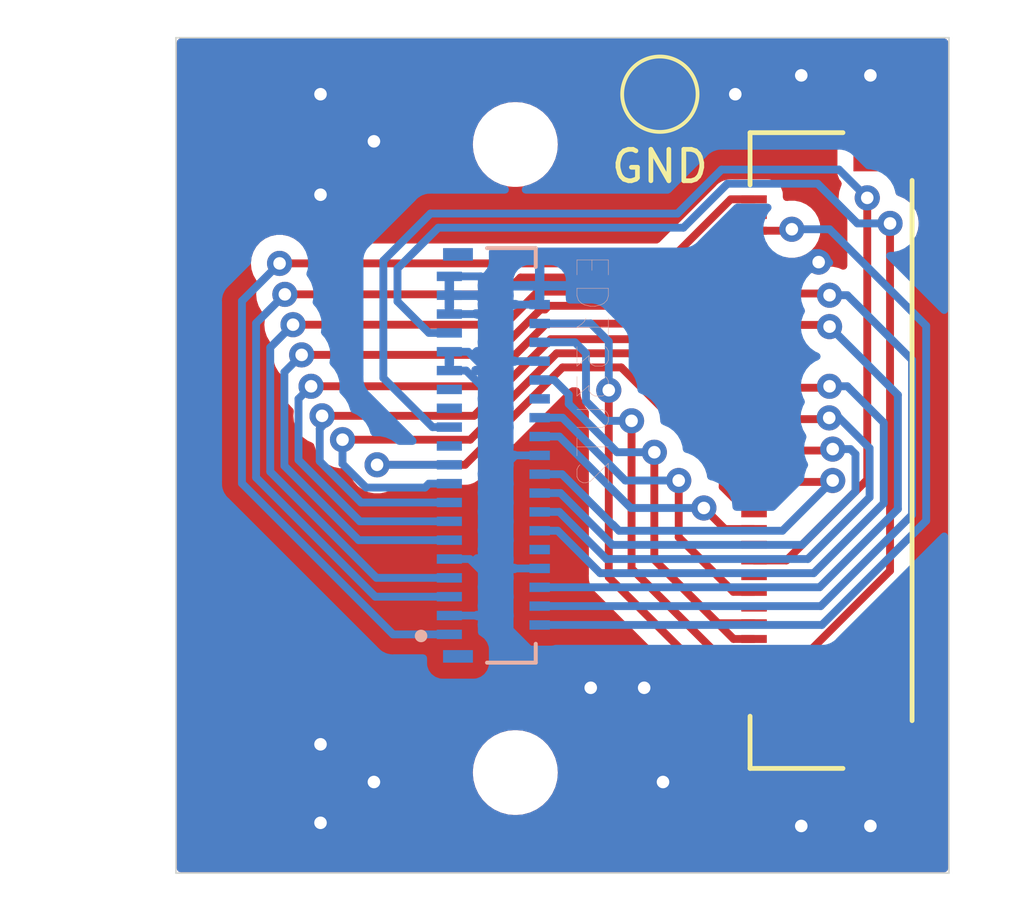
<source format=kicad_pcb>
(kicad_pcb (version 20221018) (generator pcbnew)
  (layers (0 "F.Cu" signal) (31 "B.Cu" signal) (34 "B.Paste" user) (35 "F.Paste" user) (36 "B.SilkS" user "B.Silkscreen") (37 "F.SilkS" user "F.Silkscreen") (38 "B.Mask" user) (39 "F.Mask" user) (44 "Edge.Cuts" user))
  (net 0 "")
  (net 1 "Net-(J1-VNEG)")
  (net 3 "GND")
  (net 4 "Net-(J1-VPOS)")
  (net 7 "Net-(J1-VDD)")
  (net 8 "Net-(J1-CKH)")
  (net 9 "Net-(J1-LEH)")
  (net 10 "Net-(J1-OEH)")
  (net 12 "Net-(J1-STH)")
  (net 13 "Net-(J1-D0)")
  (net 14 "Net-(J1-D1)")
  (net 15 "Net-(J1-D2)")
  (net 16 "Net-(J1-D3)")
  (net 17 "Net-(J1-D4)")
  (net 18 "Net-(J1-D5)")
  (net 19 "Net-(J1-D6)")
  (net 20 "Net-(J1-D7)")
  (net 23 "/VCOM")
  (net 24 "Net-(J1-VGG)")
  (net 26 "Net-(J1-VEE)")
  (net 28 "Net-(J1-MODE1)")
  (net 30 "Net-(J1-STV)")
  (net 31 "Net-(J1-CKV)")
  (net 32 "Net-(J1-BORDER)")
  (footprint "MountingHole:MountingHole_2.2mm_M2" (layer "F.Cu") (at 39.2 37.6)
    (fp_text reference "H1" hide)
    (fp_text value "MountingHole")
    (pad "" np_thru_hole circle (at 0 0) (size 2.2 2.2) (drill 2.2) (layers "*.Cu" "*.Mask"))
  )
  (footprint "epaper-breakout:CONN_ED097OC4_mirrored" (layer "F.Cu") (at 44.6 27.6 -90)
    (fp_text reference "J1" hide)
    (fp_text value "XF2M-3315-1A" hide)
    (fp_line (start -10.3759 -2.0701) (end -10.3759 -5.02666) (stroke (width 0.1524)) (layer "F.SilkS"))
    (fp_line (start -8.855109 -7.2263) (end 8.347109 -7.2263) (stroke (width 0.1524)) (layer "F.SilkS"))
    (fp_line (start -8.713739 -2.0701) (end -10.3759 -2.0701) (stroke (width 0.1524)) (layer "F.SilkS"))
    (fp_line (start 9.8679 -5.02666) (end 9.8679 -2.0701) (stroke (width 0.1524)) (layer "F.SilkS"))
    (fp_line (start 9.8679 -2.0701) (end 8.205742 -2.0701) (stroke (width 0.1524)) (layer "F.SilkS"))
    (pad "1" smd rect (at -8.253999 -2.1971 180) (size 0.8128 0.254) (layers "F.Cu" "F.Paste" "F.Mask") (net 1 "Net-(J1-VNEG)"))
    (pad "2" smd rect (at -7.754 -2.1971 180) (size 0.8128 0.254) (layers "F.Cu" "F.Paste" "F.Mask"))
    (pad "3" smd rect (at -7.253999 -2.1971 180) (size 0.8128 0.254) (layers "F.Cu" "F.Paste" "F.Mask") (net 4 "Net-(J1-VPOS)"))
    (pad "4" smd rect (at -6.754 -2.1971 180) (size 0.8128 0.254) (layers "F.Cu" "F.Paste" "F.Mask"))
    (pad "5" smd rect (at -6.253998 -2.1971 180) (size 0.8128 0.254) (layers "F.Cu" "F.Paste" "F.Mask") (net 3 "GND"))
    (pad "6" smd rect (at -5.753999 -2.1971 180) (size 0.8128 0.254) (layers "F.Cu" "F.Paste" "F.Mask"))
    (pad "7" smd rect (at -5.254 -2.1971 180) (size 0.8128 0.254) (layers "F.Cu" "F.Paste" "F.Mask") (net 7 "Net-(J1-VDD)"))
    (pad "8" smd rect (at -4.753999 -2.1971 180) (size 0.8128 0.254) (layers "F.Cu" "F.Paste" "F.Mask") (net 8 "Net-(J1-CKH)"))
    (pad "9" smd rect (at -4.254 -2.1971 180) (size 0.8128 0.254) (layers "F.Cu" "F.Paste" "F.Mask") (net 9 "Net-(J1-LEH)"))
    (pad "10" smd rect (at -3.753998 -2.1971 180) (size 0.8128 0.254) (layers "F.Cu" "F.Paste" "F.Mask") (net 10 "Net-(J1-OEH)"))
    (pad "11" smd rect (at -3.253999 -2.1971 180) (size 0.8128 0.254) (layers "F.Cu" "F.Paste" "F.Mask"))
    (pad "12" smd rect (at -2.754 -2.1971 180) (size 0.8128 0.254) (layers "F.Cu" "F.Paste" "F.Mask") (net 12 "Net-(J1-STH)"))
    (pad "13" smd rect (at -2.253999 -2.1971 180) (size 0.8128 0.254) (layers "F.Cu" "F.Paste" "F.Mask") (net 13 "Net-(J1-D0)"))
    (pad "14" smd rect (at -1.754 -2.1971 180) (size 0.8128 0.254) (layers "F.Cu" "F.Paste" "F.Mask") (net 14 "Net-(J1-D1)"))
    (pad "15" smd rect (at -1.253998 -2.1971 180) (size 0.8128 0.254) (layers "F.Cu" "F.Paste" "F.Mask") (net 15 "Net-(J1-D2)"))
    (pad "16" smd rect (at -0.753999 -2.1971 180) (size 0.8128 0.254) (layers "F.Cu" "F.Paste" "F.Mask") (net 16 "Net-(J1-D3)"))
    (pad "17" smd rect (at -0.254 -2.1971 180) (size 0.8128 0.254) (layers "F.Cu" "F.Paste" "F.Mask") (net 17 "Net-(J1-D4)"))
    (pad "18" smd rect (at 0.246002 -2.1971 180) (size 0.8128 0.254) (layers "F.Cu" "F.Paste" "F.Mask") (net 18 "Net-(J1-D5)"))
    (pad "19" smd rect (at 0.746001 -2.1971 180) (size 0.8128 0.254) (layers "F.Cu" "F.Paste" "F.Mask") (net 19 "Net-(J1-D6)"))
    (pad "20" smd rect (at 1.246 -2.1971 180) (size 0.8128 0.254) (layers "F.Cu" "F.Paste" "F.Mask") (net 20 "Net-(J1-D7)"))
    (pad "21" smd rect (at 1.746001 -2.1971 180) (size 0.8128 0.254) (layers "F.Cu" "F.Paste" "F.Mask"))
    (pad "22" smd rect (at 2.246 -2.1971 180) (size 0.8128 0.254) (layers "F.Cu" "F.Paste" "F.Mask") (net 23 "/VCOM"))
    (pad "23" smd rect (at 2.746002 -2.1971 180) (size 0.8128 0.254) (layers "F.Cu" "F.Paste" "F.Mask"))
    (pad "24" smd rect (at 3.246001 -2.1971 180) (size 0.8128 0.254) (layers "F.Cu" "F.Paste" "F.Mask") (net 24 "Net-(J1-VGG)"))
    (pad "25" smd rect (at 3.746 -2.1971 180) (size 0.8128 0.254) (layers "F.Cu" "F.Paste" "F.Mask"))
    (pad "26" smd rect (at 4.246001 -2.1971 180) (size 0.8128 0.254) (layers "F.Cu" "F.Paste" "F.Mask") (net 26 "Net-(J1-VEE)"))
    (pad "27" smd rect (at 4.746 -2.1971 180) (size 0.8128 0.254) (layers "F.Cu" "F.Paste" "F.Mask"))
    (pad "28" smd rect (at 5.246002 -2.1971 180) (size 0.8128 0.254) (layers "F.Cu" "F.Paste" "F.Mask") (net 28 "Net-(J1-MODE1)"))
    (pad "29" smd rect (at 5.746001 -2.1971 180) (size 0.8128 0.254) (layers "F.Cu" "F.Paste" "F.Mask") (net 28 "Net-(J1-MODE1)"))
    (pad "30" smd rect (at 6.246 -2.1971 180) (size 0.8128 0.254) (layers "F.Cu" "F.Paste" "F.Mask"))
    (pad "31" smd rect (at 6.746001 -2.1971 180) (size 0.8128 0.254) (layers "F.Cu" "F.Paste" "F.Mask") (net 30 "Net-(J1-STV)"))
    (pad "32" smd rect (at 7.246 -2.1971 180) (size 0.8128 0.254) (layers "F.Cu" "F.Paste" "F.Mask") (net 31 "Net-(J1-CKV)"))
    (pad "33" smd rect (at 7.746002 -2.1971 180) (size 0.8128 0.254) (layers "F.Cu" "F.Paste" "F.Mask") (net 32 "Net-(J1-BORDER)"))
    (pad "34" smd rect (at 9.398 -6.2103 270) (size 1.524 1.7018) (layers "F.Cu" "F.Paste" "F.Mask"))
    (pad "35" smd rect (at -9.906 -6.2103 270) (size 1.524 1.7018) (layers "F.Cu" "F.Paste" "F.Mask"))
  )
  (footprint "MountingHole:MountingHole_2.2mm_M2" (layer "F.Cu") (at 39.2 17.6)
    (fp_text reference "H2" hide)
    (fp_text value "MountingHole")
    (pad "" np_thru_hole circle (at 0 0) (size 2.2 2.2) (drill 2.2) (layers "*.Cu" "*.Mask"))
  )
  (footprint "TestPoint:TestPoint_Pad_D2.0mm" (layer "F.Cu") (at 43.8 16 -90)
    (fp_text reference "TP1" hide)
    (fp_text value "GND" (at 2.3 0) (layer "F.SilkS"))
    (fp_circle (center 0 0) (end 0 1.2) (stroke (width 0.12)) (fill none) (layer "F.SilkS"))
    (pad "1" smd circle (at 0 0 270) (size 2 2) (layers "F.Cu" "F.Mask") (net 3 "GND"))
  )
  (footprint "epaper-breakout:HRS_FH26W-39S-0.3SHW(60)" (layer "B.Cu") (at 38.5 27.5 90)
    (fp_text reference "J2" hide)
    (fp_text value "ED133UT2" (at 2.7 3.2 -90) (layer "B.SilkS") (effects (font (thickness 0.015)) (justify mirror)))
    (fp_line (start -6.6 -0.2) (end -6.6 1.35) (stroke (width 0.127)) (layer "B.SilkS"))
    (fp_line (start -6.6 1.35) (end -6 1.35) (stroke (width 0.127)) (layer "B.SilkS"))
    (fp_line (start 6.6 -0.2) (end 6.6 1.35) (stroke (width 0.127)) (layer "B.SilkS"))
    (fp_line (start 6.6 1.35) (end 6 1.35) (stroke (width 0.127)) (layer "B.SilkS"))
    (fp_circle (center -5.75 -2.3) (end -5.65 -2.3) (stroke (width 0.2)) (fill none) (layer "B.SilkS"))
    (pad "1" smd rect (at -5.7 -1.4 90) (size 0.3 0.8) (layers "B.Cu" "B.Mask") (net 1 "Net-(J1-VNEG)"))
    (pad "2" smd rect (at -5.4 1.475 90) (size 0.3 0.65) (layers "B.Cu" "B.Mask") (net 4 "Net-(J1-VPOS)"))
    (pad "3" smd rect (at -5.1 -1.4 90) (size 0.3 0.8) (layers "B.Cu" "B.Mask") (net 3 "GND"))
    (pad "4" smd rect (at -4.8 1.475 90) (size 0.3 0.65) (layers "B.Cu" "B.Mask") (net 7 "Net-(J1-VDD)"))
    (pad "5" smd rect (at -4.5 -1.4 90) (size 0.3 0.8) (layers "B.Cu" "B.Mask") (net 8 "Net-(J1-CKH)"))
    (pad "6" smd rect (at -4.2 1.475 90) (size 0.3 0.65) (layers "B.Cu" "B.Mask") (net 9 "Net-(J1-LEH)"))
    (pad "7" smd rect (at -3.9 -1.4 90) (size 0.3 0.8) (layers "B.Cu" "B.Mask") (net 10 "Net-(J1-OEH)"))
    (pad "8" smd rect (at -3.6 1.475 90) (size 0.3 0.65) (layers "B.Cu" "B.Mask") (net 3 "GND"))
    (pad "9" smd rect (at -3.3 -1.4 90) (size 0.3 0.8) (layers "B.Cu" "B.Mask") (net 3 "GND"))
    (pad "10" smd rect (at -3 1.475 90) (size 0.3 0.65) (layers "B.Cu" "B.Mask"))
    (pad "11" smd rect (at -2.7 -1.4 90) (size 0.3 0.8) (layers "B.Cu" "B.Mask") (net 12 "Net-(J1-STH)"))
    (pad "12" smd rect (at -2.4 1.475 90) (size 0.3 0.65) (layers "B.Cu" "B.Mask") (net 13 "Net-(J1-D0)"))
    (pad "13" smd rect (at -2.1 -1.4 90) (size 0.3 0.8) (layers "B.Cu" "B.Mask") (net 14 "Net-(J1-D1)"))
    (pad "14" smd rect (at -1.8 1.475 90) (size 0.3 0.65) (layers "B.Cu" "B.Mask") (net 15 "Net-(J1-D2)"))
    (pad "15" smd rect (at -1.5 -1.4 90) (size 0.3 0.8) (layers "B.Cu" "B.Mask") (net 16 "Net-(J1-D3)"))
    (pad "16" smd rect (at -1.2 1.475 90) (size 0.3 0.65) (layers "B.Cu" "B.Mask") (net 17 "Net-(J1-D4)"))
    (pad "17" smd rect (at -0.9 -1.4 90) (size 0.3 0.8) (layers "B.Cu" "B.Mask") (net 18 "Net-(J1-D5)"))
    (pad "18" smd rect (at -0.6 1.475 90) (size 0.3 0.65) (layers "B.Cu" "B.Mask") (net 19 "Net-(J1-D6)"))
    (pad "19" smd rect (at -0.3 -1.4 90) (size 0.3 0.8) (layers "B.Cu" "B.Mask") (net 20 "Net-(J1-D7)"))
    (pad "20" smd rect (at 0 1.475 90) (size 0.3 0.65) (layers "B.Cu" "B.Mask") (net 3 "GND"))
    (pad "21" smd rect (at 0.3 -1.4 90) (size 0.3 0.8) (layers "B.Cu" "B.Mask"))
    (pad "22" smd rect (at 0.6 1.475 90) (size 0.3 0.65) (layers "B.Cu" "B.Mask") (net 23 "/VCOM"))
    (pad "23" smd rect (at 0.9 -1.4 90) (size 0.3 0.8) (layers "B.Cu" "B.Mask") (net 24 "Net-(J1-VGG)"))
    (pad "24" smd rect (at 1.2 1.475 90) (size 0.3 0.65) (layers "B.Cu" "B.Mask") (net 26 "Net-(J1-VEE)"))
    (pad "25" smd rect (at 1.5 -1.4 90) (size 0.3 0.8) (layers "B.Cu" "B.Mask"))
    (pad "26" smd rect (at 1.8 1.475 90) (size 0.3 0.65) (layers "B.Cu" "B.Mask"))
    (pad "27" smd rect (at 2.1 -1.4 90) (size 0.3 0.8) (layers "B.Cu" "B.Mask"))
    (pad "28" smd rect (at 2.4 1.475 90) (size 0.3 0.65) (layers "B.Cu" "B.Mask") (net 28 "Net-(J1-MODE1)"))
    (pad "29" smd rect (at 2.7 -1.4 90) (size 0.3 0.8) (layers "B.Cu" "B.Mask") (net 3 "GND"))
    (pad "30" smd rect (at 3 1.475 90) (size 0.3 0.65) (layers "B.Cu" "B.Mask") (net 3 "GND"))
    (pad "31" smd rect (at 3.3 -1.4 90) (size 0.3 0.8) (layers "B.Cu" "B.Mask") (net 3 "GND"))
    (pad "32" smd rect (at 3.6 1.475 90) (size 0.3 0.65) (layers "B.Cu" "B.Mask") (net 30 "Net-(J1-STV)"))
    (pad "33" smd rect (at 3.9 -1.4 90) (size 0.3 0.8) (layers "B.Cu" "B.Mask") (net 31 "Net-(J1-CKV)"))
    (pad "34" smd rect (at 4.2 1.475 90) (size 0.3 0.65) (layers "B.Cu" "B.Mask") (net 32 "Net-(J1-BORDER)"))
    (pad "35" smd rect (at 4.5 -1.4 90) (size 0.3 0.8) (layers "B.Cu" "B.Mask") (net 3 "GND"))
    (pad "36" smd rect (at 4.8 1.475 90) (size 0.3 0.65) (layers "B.Cu" "B.Mask") (net 3 "GND"))
    (pad "37" smd rect (at 5.1 -1.4 90) (size 0.3 0.8) (layers "B.Cu" "B.Mask") (net 3 "GND"))
    (pad "38" smd rect (at 5.4 1.475 90) (size 0.3 0.65) (layers "B.Cu" "B.Mask") (net 3 "GND"))
    (pad "39" smd rect (at 5.7 -1.4 90) (size 0.3 0.8) (layers "B.Cu" "B.Mask") (net 3 "GND"))
    (pad "S1" smd rect (at -6.4 -1.125 90) (size 0.4 0.95) (layers "B.Cu" "B.Mask"))
    (pad "S2" smd rect (at 6.4 -1.125 90) (size 0.4 0.95) (layers "B.Cu" "B.Mask"))
  )
  (gr_line (start 53 14.2) (end 28.4 14.2) (stroke (width 0.05)) (layer "Edge.Cuts"))
  (gr_line (start 28.4 40.8) (end 53 40.8) (stroke (width 0.05)) (layer "Edge.Cuts"))
  (gr_line (start 28.4 14.2) (end 28.4 40.8) (stroke (width 0.05)) (layer "Edge.Cuts"))
  (gr_line (start 53 40.8) (end 53 14.2) (stroke (width 0.05)) (layer "Edge.Cuts"))
  (segment (start 31.697774 21.386938) (end 44.013062 21.386938) (width 0.25) (layer "F.Cu") (net 1))
  (segment (start 44.013062 21.386938) (end 46.053999 19.346001) (width 0.25) (layer "F.Cu") (net 1))
  (segment (start 46.053999 19.346001) (end 46.7971 19.346001) (width 0.25) (layer "F.Cu") (net 1))
  (via (at 31.697774 21.386938) (size 0.8) (drill 0.4) (layers "F.Cu" "B.Cu") (net 1))
  (segment (start 30.499965 28.391427) (end 35.308538 33.2) (width 0.25) (layer "B.Cu") (net 1))
  (segment (start 30.499965 22.584747) (end 30.499965 28.391427) (width 0.25) (layer "B.Cu") (net 1))
  (segment (start 35.308538 33.2) (end 37.1 33.2) (width 0.25) (layer "B.Cu") (net 1))
  (segment (start 31.697774 21.386938) (end 30.499965 22.584747) (width 0.25) (layer "B.Cu") (net 1))
  (segment (start 46.2 16) (end 43.8 16) (width 0.25) (layer "F.Cu") (net 3))
  (segment (start 48.853998 21.346002) (end 48.853998 21.346002) (width 0.25) (layer "F.Cu") (net 3))
  (segment (start 46.7971 21.346002) (end 48.853998 21.346002) (width 0.25) (layer "F.Cu") (net 3))
  (segment (start 49.1 21.1) (end 49.1 18.8) (width 0.25) (layer "F.Cu") (net 3))
  (segment (start 49.1 18.8) (end 46.3 16) (width 0.25) (layer "F.Cu") (net 3))
  (segment (start 48.853998 21.346002) (end 49.1 21.1) (width 0.25) (layer "F.Cu") (net 3))
  (segment (start 46.3 16) (end 46.2 16) (width 0.25) (layer "F.Cu") (net 3))
  (via (at 48.3 15.4) (size 0.8) (drill 0.4) (layers "F.Cu" "B.Cu") (net 3))
  (via (at 43.3 34.9) (size 0.8) (drill 0.4) (layers "F.Cu" "B.Cu") (net 3))
  (via (at 43.9 37.9) (size 0.8) (drill 0.4) (layers "F.Cu" "B.Cu") (net 3))
  (via (at 33 36.7) (size 0.8) (drill 0.4) (layers "F.Cu" "B.Cu") (net 3))
  (via (at 41.6 34.9) (size 0.8) (drill 0.4) (layers "F.Cu" "B.Cu") (net 3))
  (via (at 48.3 39.3) (size 0.8) (drill 0.4) (layers "F.Cu" "B.Cu") (net 3))
  (via (at 34.7 37.9) (size 0.8) (drill 0.4) (layers "F.Cu" "B.Cu") (net 3))
  (via (at 48.853998 21.346002) (size 0.8) (drill 0.4) (layers "F.Cu" "B.Cu") (net 3))
  (via (at 46.2 16) (size 0.8) (drill 0.4) (layers "F.Cu" "B.Cu") (net 3))
  (via (at 33 16) (size 0.8) (drill 0.4) (layers "F.Cu" "B.Cu") (net 3))
  (via (at 33 19.2) (size 0.8) (drill 0.4) (layers "F.Cu" "B.Cu") (net 3))
  (via (at 50.5 15.4) (size 0.8) (drill 0.4) (layers "F.Cu" "B.Cu") (net 3))
  (via (at 33 39.2) (size 0.8) (drill 0.4) (layers "F.Cu" "B.Cu") (net 3))
  (via (at 50.5 39.3) (size 0.8) (drill 0.4) (layers "F.Cu" "B.Cu") (net 3))
  (via (at 34.7 17.5) (size 0.8) (drill 0.4) (layers "F.Cu" "B.Cu") (net 3))
  (segment (start 41.6 34.9) (end 43.3 34.9) (width 0.5) (layer "B.Cu") (net 3))
  (segment (start 43.3 34.9) (end 43.3 34.9) (width 0.5) (layer "B.Cu") (net 3))
  (segment (start 38.5 22.9) (end 38.5 22.2) (width 0.5) (layer "B.Cu") (net 3))
  (segment (start 37.1 24.8) (end 37.635002 24.8) (width 0.25) (layer "B.Cu") (net 3))
  (segment (start 38 22.4) (end 38.5 22.9) (width 0.25) (layer "B.Cu") (net 3))
  (segment (start 38.2 23) (end 38.5 23.3) (width 0.25) (layer "B.Cu") (net 3))
  (segment (start 39.1 31.1) (end 38.5 31.7) (width 0.25) (layer "B.Cu") (net 3))
  (segment (start 37.1 22.4) (end 38 22.4) (width 0.25) (layer "B.Cu") (net 3))
  (segment (start 39.975 24.5) (end 39 24.5) (width 0.25) (layer "B.Cu") (net 3))
  (segment (start 38.5 31.55) (end 38.5 31.7) (width 0.25) (layer "B.Cu") (net 3))
  (segment (start 37.1 32.6) (end 38.389998 32.6) (width 0.25) (layer "B.Cu") (net 3))
  (segment (start 38.5 32.710002) (end 40.689998 34.9) (width 0.5) (layer "B.Cu") (net 3))
  (segment (start 37.7 24.2) (end 38.5 25) (width 0.25) (layer "B.Cu") (net 3))
  (segment (start 39.975 22.7) (end 38.7 22.7) (width 0.25) (layer "B.Cu") (net 3))
  (segment (start 38.6 22.1) (end 38.5 22.2) (width 0.25) (layer "B.Cu") (net 3))
  (segment (start 38.5 25.9) (end 38.5 28.2) (width 0.5) (layer "B.Cu") (net 3))
  (segment (start 38.389998 32.6) (end 38.5 32.710002) (width 0.25) (layer "B.Cu") (net 3))
  (segment (start 37.1 23) (end 38.2 23) (width 0.25) (layer "B.Cu") (net 3))
  (segment (start 39.975 22.1) (end 38.6 22.1) (width 0.25) (layer "B.Cu") (net 3))
  (segment (start 37.75 30.8) (end 38.5 31.55) (width 0.25) (layer "B.Cu") (net 3))
  (segment (start 37.635002 24.8) (end 38.5 25.664998) (width 0.25) (layer "B.Cu") (net 3))
  (segment (start 37.1 24.2) (end 37.7 24.2) (width 0.25) (layer "B.Cu") (net 3))
  (segment (start 38.5 28.2) (end 38.5 31.7) (width 0.5) (layer "B.Cu") (net 3))
  (segment (start 39.2 27.5) (end 38.5 28.2) (width 0.25) (layer "B.Cu") (net 3))
  (segment (start 38.5 22.9) (end 38.5 25) (width 0.5) (layer "B.Cu") (net 3))
  (segment (start 38.7 22.7) (end 38.5 22.9) (width 0.25) (layer "B.Cu") (net 3))
  (segment (start 38.5 25.664998) (end 38.5 25.9) (width 0.25) (layer "B.Cu") (net 3))
  (segment (start 40.689998 34.9) (end 41.6 34.9) (width 0.5) (layer "B.Cu") (net 3))
  (segment (start 38.1 21.8) (end 38.5 22.2) (width 0.25) (layer "B.Cu") (net 3))
  (segment (start 39.975 27.5) (end 39.2 27.5) (width 0.25) (layer "B.Cu") (net 3))
  (segment (start 37.1 21.8) (end 38.1 21.8) (width 0.25) (layer "B.Cu") (net 3))
  (segment (start 38.5 25) (end 38.5 25.9) (width 0.5) (layer "B.Cu") (net 3))
  (segment (start 39.975 31.1) (end 39.1 31.1) (width 0.25) (layer "B.Cu") (net 3))
  (segment (start 37.1 30.8) (end 37.75 30.8) (width 0.25) (layer "B.Cu") (net 3))
  (segment (start 38.5 31.7) (end 38.5 32.710002) (width 0.5) (layer "B.Cu") (net 3))
  (segment (start 39 24.5) (end 38.5 25) (width 0.25) (layer "B.Cu") (net 3))
  (segment (start 46.7971 20.346001) (end 47.953999 20.346001) (width 0.25) (layer "F.Cu") (net 4))
  (segment (start 47.953999 20.346001) (end 48 20.3) (width 0.25) (layer "F.Cu") (net 4))
  (via (at 48 20.3) (size 0.8) (drill 0.4) (layers "F.Cu" "B.Cu") (net 4))
  (segment (start 52.275046 29.580006) (end 48.955052 32.9) (width 0.25) (layer "B.Cu") (net 4))
  (segment (start 48.955052 32.9) (end 39.975 32.9) (width 0.25) (layer "B.Cu") (net 4))
  (segment (start 49.2 20.3) (end 52.275046 23.375046) (width 0.25) (layer "B.Cu") (net 4))
  (segment (start 52.275046 23.375046) (end 52.275046 29.580006) (width 0.25) (layer "B.Cu") (net 4))
  (segment (start 49.2 20.3) (end 48 20.3) (width 0.25) (layer "B.Cu") (net 4))
  (segment (start 49.146 22.346) (end 49.2 22.4) (width 0.25) (layer "F.Cu") (net 7))
  (segment (start 46.7971 22.346) (end 49.146 22.346) (width 0.25) (layer "F.Cu") (net 7))
  (via (at 49.2 22.4) (size 0.8) (drill 0.4) (layers "F.Cu" "B.Cu") (net 7))
  (segment (start 51.825037 24.459352) (end 51.825037 29.393605) (width 0.25) (layer "B.Cu") (net 7))
  (segment (start 49.765685 22.4) (end 51.825037 24.459352) (width 0.25) (layer "B.Cu") (net 7))
  (segment (start 49.2 22.4) (end 49.765685 22.4) (width 0.25) (layer "B.Cu") (net 7))
  (segment (start 48.918642 32.3) (end 39.975 32.3) (width 0.25) (layer "B.Cu") (net 7))
  (segment (start 51.825037 29.393605) (end 48.918642 32.3) (width 0.25) (layer "B.Cu") (net 7))
  (segment (start 38.827278 22.372722) (end 39.363052 21.836948) (width 0.25) (layer "F.Cu") (net 8))
  (segment (start 45.846001 22.846001) (end 46.7971 22.846001) (width 0.25) (layer "F.Cu") (net 8))
  (segment (start 31.865804 22.372722) (end 38.827278 22.372722) (width 0.25) (layer "F.Cu") (net 8))
  (segment (start 44.836948 21.836948) (end 45.846001 22.846001) (width 0.25) (layer "F.Cu") (net 8))
  (segment (start 39.363052 21.836948) (end 44.836948 21.836948) (width 0.25) (layer "F.Cu") (net 8))
  (via (at 31.865804 22.372722) (size 0.8) (drill 0.4) (layers "F.Cu" "B.Cu") (net 8))
  (segment (start 34.744948 32) (end 37.1 32) (width 0.25) (layer "B.Cu") (net 8))
  (segment (start 30.949974 28.205026) (end 34.744948 32) (width 0.25) (layer "B.Cu") (net 8))
  (segment (start 31.865804 22.372722) (end 30.949974 23.288552) (width 0.25) (layer "B.Cu") (net 8))
  (segment (start 30.949974 23.288552) (end 30.949974 28.205026) (width 0.25) (layer "B.Cu") (net 8))
  (segment (start 49.146 23.346) (end 49.2 23.4) (width 0.25) (layer "F.Cu") (net 9))
  (segment (start 46.7971 23.346) (end 49.146 23.346) (width 0.25) (layer "F.Cu") (net 9))
  (via (at 49.2 23.4) (size 0.8) (drill 0.4) (layers "F.Cu" "B.Cu") (net 9))
  (segment (start 51.375029 25.575029) (end 51.375028 29.207204) (width 0.25) (layer "B.Cu") (net 9))
  (segment (start 48.882232 31.7) (end 39.975 31.7) (width 0.25) (layer "B.Cu") (net 9))
  (segment (start 51.375028 29.207204) (end 48.882232 31.7) (width 0.25) (layer "B.Cu") (net 9))
  (segment (start 49.2 23.4) (end 51.375029 25.575029) (width 0.25) (layer "B.Cu") (net 9))
  (segment (start 46.207042 23.894) (end 46.749102 23.894) (width 0.25) (layer "F.Cu") (net 10))
  (segment (start 46.749102 23.894) (end 46.7971 23.846002) (width 0.25) (layer "F.Cu") (net 10))
  (segment (start 32.125279 23.338474) (end 38.861526 23.338474) (width 0.25) (layer "F.Cu") (net 10))
  (segment (start 39.913042 22.286958) (end 44.6 22.286958) (width 0.25) (layer "F.Cu") (net 10))
  (segment (start 44.6 22.286958) (end 46.207042 23.894) (width 0.25) (layer "F.Cu") (net 10))
  (segment (start 38.861526 23.338474) (end 39.913042 22.286958) (width 0.25) (layer "F.Cu") (net 10))
  (via (at 32.125279 23.338474) (size 0.8) (drill 0.4) (layers "F.Cu" "B.Cu") (net 10))
  (segment (start 34.781358 31.4) (end 37.1 31.4) (width 0.25) (layer "B.Cu") (net 10))
  (segment (start 31.399982 24.063772) (end 31.399983 28.018625) (width 0.25) (layer "B.Cu") (net 10))
  (segment (start 31.399983 28.018625) (end 34.781358 31.4) (width 0.25) (layer "B.Cu") (net 10))
  (segment (start 32.125279 23.338474) (end 31.399982 24.063772) (width 0.25) (layer "B.Cu") (net 10))
  (segment (start 32.4 24.3) (end 38.555173 24.3) (width 0.25) (layer "F.Cu") (net 12))
  (segment (start 38.555173 24.3) (end 40 22.855173) (width 0.25) (layer "F.Cu") (net 12))
  (segment (start 46.146 24.846) (end 46.7971 24.846) (width 0.25) (layer "F.Cu") (net 12))
  (segment (start 40.263032 22.736968) (end 44.036968 22.736968) (width 0.25) (layer "F.Cu") (net 12))
  (segment (start 40 22.855173) (end 40.144827 22.855173) (width 0.25) (layer "F.Cu") (net 12))
  (segment (start 44.036968 22.736968) (end 46.146 24.846) (width 0.25) (layer "F.Cu") (net 12))
  (segment (start 40.144827 22.855173) (end 40.263032 22.736968) (width 0.25) (layer "F.Cu") (net 12))
  (via (at 32.4 24.3) (size 0.8) (drill 0.4) (layers "F.Cu" "B.Cu") (net 12))
  (segment (start 32.4 24.3) (end 31.849991 24.850009) (width 0.25) (layer "B.Cu") (net 12))
  (segment (start 34.217768 30.2) (end 37.1 30.2) (width 0.25) (layer "B.Cu") (net 12))
  (segment (start 31.849991 24.850009) (end 31.849992 27.832224) (width 0.25) (layer "B.Cu") (net 12))
  (segment (start 31.849992 27.832224) (end 34.217768 30.2) (width 0.25) (layer "B.Cu") (net 12))
  (segment (start 49.153999 25.346001) (end 49.2 25.3) (width 0.25) (layer "F.Cu") (net 13))
  (segment (start 46.7971 25.346001) (end 49.153999 25.346001) (width 0.25) (layer "F.Cu") (net 13))
  (via (at 49.2 25.3) (size 0.8) (drill 0.4) (layers "F.Cu" "B.Cu") (net 13))
  (segment (start 49.2 25.3) (end 49.765685 25.3) (width 0.25) (layer "B.Cu") (net 13))
  (segment (start 39.975 29.9) (end 40.55 29.9) (width 0.25) (layer "B.Cu") (net 13))
  (segment (start 50.925019 26.459334) (end 50.925019 29.020803) (width 0.25) (layer "B.Cu") (net 13))
  (segment (start 40.55 29.9) (end 41.89999 31.24999) (width 0.25) (layer "B.Cu") (net 13))
  (segment (start 41.89999 31.24999) (end 48.695832 31.24999) (width 0.25) (layer "B.Cu") (net 13))
  (segment (start 49.765685 25.3) (end 50.925019 26.459334) (width 0.25) (layer "B.Cu") (net 13))
  (segment (start 48.695832 31.24999) (end 50.925019 29.020803) (width 0.25) (layer "B.Cu") (net 13))
  (segment (start 45.1 24.5) (end 45.4 24.8) (width 0.25) (layer "F.Cu") (net 14))
  (segment (start 45.4 25.067303) (end 46.178697 25.846) (width 0.25) (layer "F.Cu") (net 14))
  (segment (start 43.894817 23.305183) (end 45.089634 24.5) (width 0.25) (layer "F.Cu") (net 14))
  (segment (start 32.7 25.3) (end 38.191583 25.3) (width 0.25) (layer "F.Cu") (net 14))
  (segment (start 40.1864 23.305183) (end 43.894817 23.305183) (width 0.25) (layer "F.Cu") (net 14))
  (segment (start 46.178697 25.846) (end 46.7971 25.846) (width 0.25) (layer "F.Cu") (net 14))
  (segment (start 45.089634 24.5) (end 45.1 24.5) (width 0.25) (layer "F.Cu") (net 14))
  (segment (start 45.4 24.8) (end 45.4 25.067303) (width 0.25) (layer "F.Cu") (net 14))
  (segment (start 38.191583 25.3) (end 40.1864 23.305183) (width 0.25) (layer "F.Cu") (net 14))
  (via (at 32.7 25.3) (size 0.8) (drill 0.4) (layers "F.Cu" "B.Cu") (net 14))
  (segment (start 32.7 25.3) (end 32.300001 25.699999) (width 0.25) (layer "B.Cu") (net 14))
  (segment (start 32.300001 25.699999) (end 32.300001 27.645823) (width 0.25) (layer "B.Cu") (net 14))
  (segment (start 34.254178 29.6) (end 37.1 29.6) (width 0.25) (layer "B.Cu") (net 14))
  (segment (start 32.300001 27.645823) (end 34.254178 29.6) (width 0.25) (layer "B.Cu") (net 14))
  (segment (start 46.7971 26.346002) (end 49.149681 26.346002) (width 0.25) (layer "F.Cu") (net 15))
  (segment (start 49.149681 26.346002) (end 49.189569 26.306114) (width 0.25) (layer "F.Cu") (net 15))
  (via (at 49.189569 26.306114) (size 0.8) (drill 0.4) (layers "F.Cu" "B.Cu") (net 15))
  (segment (start 42.09998 30.79998) (end 48.509432 30.79998) (width 0.25) (layer "B.Cu") (net 15))
  (segment (start 50.475011 28.834401) (end 50.47501 27.272915) (width 0.25) (layer "B.Cu") (net 15))
  (segment (start 49.508209 26.306114) (end 49.189569 26.306114) (width 0.25) (layer "B.Cu") (net 15))
  (segment (start 50.47501 27.272915) (end 49.508209 26.306114) (width 0.25) (layer "B.Cu") (net 15))
  (segment (start 48.509432 30.79998) (end 50.475011 28.834401) (width 0.25) (layer "B.Cu") (net 15))
  (segment (start 39.975 29.3) (end 40.6 29.3) (width 0.25) (layer "B.Cu") (net 15))
  (segment (start 40.6 29.3) (end 42.09998 30.79998) (width 0.25) (layer "B.Cu") (net 15))
  (segment (start 46.082701 26.846001) (end 46.7971 26.846001) (width 0.25) (layer "F.Cu") (net 16))
  (segment (start 33.049208 26.240742) (end 37.887251 26.240742) (width 0.25) (layer "F.Cu") (net 16))
  (segment (start 43.496287 23.8) (end 45.7 26.003713) (width 0.25) (layer "F.Cu") (net 16))
  (segment (start 40.327993 23.8) (end 43.496287 23.8) (width 0.25) (layer "F.Cu") (net 16))
  (segment (start 37.887251 26.240742) (end 40.327993 23.8) (width 0.25) (layer "F.Cu") (net 16))
  (segment (start 45.7 26.4633) (end 46.082701 26.846001) (width 0.25) (layer "F.Cu") (net 16))
  (segment (start 45.7 26.003713) (end 45.7 26.4633) (width 0.25) (layer "F.Cu") (net 16))
  (via (at 33.049208 26.240742) (size 0.8) (drill 0.4) (layers "F.Cu" "B.Cu") (net 16))
  (segment (start 33.049208 26.240742) (end 33.049208 26.57779) (width 0.25) (layer "B.Cu") (net 16))
  (segment (start 34.290588 29) (end 37.1 29) (width 0.25) (layer "B.Cu") (net 16))
  (segment (start 32.974999 27.684411) (end 34.290588 29) (width 0.25) (layer "B.Cu") (net 16))
  (segment (start 32.974999 26.651999) (end 32.974999 27.684411) (width 0.25) (layer "B.Cu") (net 16))
  (segment (start 33.049208 26.57779) (end 32.974999 26.651999) (width 0.25) (layer "B.Cu") (net 16))
  (segment (start 46.7971 27.346) (end 49.254 27.346) (width 0.25) (layer "F.Cu") (net 17))
  (segment (start 49.254 27.346) (end 49.3 27.3) (width 0.25) (layer "F.Cu") (net 17))
  (via (at 49.3 27.3) (size 0.8) (drill 0.4) (layers "F.Cu" "B.Cu") (net 17))
  (segment (start 48.323032 30.34997) (end 50.025001 28.648001) (width 0.25) (layer "B.Cu") (net 17))
  (segment (start 49.865685 27.3) (end 49.3 27.3) (width 0.25) (layer "B.Cu") (net 17))
  (segment (start 50.025001 28.648001) (end 50.025001 27.459316) (width 0.25) (layer "B.Cu") (net 17))
  (segment (start 42.28638 30.34997) (end 48.323032 30.34997) (width 0.25) (layer "B.Cu") (net 17))
  (segment (start 40.63641 28.7) (end 42.28638 30.34997) (width 0.25) (layer "B.Cu") (net 17))
  (segment (start 39.975 28.7) (end 40.63641 28.7) (width 0.25) (layer "B.Cu") (net 17))
  (segment (start 50.025001 27.459316) (end 49.865685 27.3) (width 0.25) (layer "B.Cu") (net 17))
  (segment (start 42.85001 24.25001) (end 45.8 27.2) (width 0.25) (layer "F.Cu") (net 18))
  (segment (start 45.8 27.2) (end 45.8 27.467302) (width 0.25) (layer "F.Cu") (net 18))
  (segment (start 37.764403 27) (end 40.514393 24.25001) (width 0.25) (layer "F.Cu") (net 18))
  (segment (start 45.8 27.467302) (end 46.1787 27.846002) (width 0.25) (layer "F.Cu") (net 18))
  (segment (start 40.514393 24.25001) (end 42.85001 24.25001) (width 0.25) (layer "F.Cu") (net 18))
  (segment (start 33.7 27) (end 37.764403 27) (width 0.25) (layer "F.Cu") (net 18))
  (segment (start 46.1787 27.846002) (end 46.7971 27.846002) (width 0.25) (layer "F.Cu") (net 18))
  (via (at 33.7 27) (size 0.8) (drill 0.4) (layers "F.Cu" "B.Cu") (net 18))
  (segment (start 33.7 27.773002) (end 34.451999 28.525001) (width 0.25) (layer "B.Cu") (net 18))
  (segment (start 34.451999 28.525001) (end 36.324999 28.525001) (width 0.25) (layer "B.Cu") (net 18))
  (segment (start 33.7 27) (end 33.7 27.773002) (width 0.25) (layer "B.Cu") (net 18))
  (segment (start 36.45 28.4) (end 37.1 28.4) (width 0.25) (layer "B.Cu") (net 18))
  (segment (start 36.324999 28.525001) (end 36.45 28.4) (width 0.25) (layer "B.Cu") (net 18))
  (segment (start 46.7971 28.346001) (end 49.253999 28.346001) (width 0.25) (layer "F.Cu") (net 19))
  (segment (start 49.253999 28.346001) (end 49.3 28.3) (width 0.25) (layer "F.Cu") (net 19))
  (via (at 49.3 28.3) (size 0.8) (drill 0.4) (layers "F.Cu" "B.Cu") (net 19))
  (segment (start 47.70004 29.89996) (end 49.3 28.3) (width 0.25) (layer "B.Cu") (net 19))
  (segment (start 42.49996 29.89996) (end 47.70004 29.89996) (width 0.25) (layer "B.Cu") (net 19))
  (segment (start 39.975 28.1) (end 40.68645 28.1) (width 0.25) (layer "B.Cu") (net 19))
  (segment (start 42.3 29.71355) (end 42.31355 29.71355) (width 0.25) (layer "B.Cu") (net 19))
  (segment (start 40.68645 28.1) (end 42.3 29.71355) (width 0.25) (layer "B.Cu") (net 19))
  (segment (start 42.31355 29.71355) (end 42.49996 29.89996) (width 0.25) (layer "B.Cu") (net 19))
  (segment (start 37.600813 27.8) (end 40.700793 24.70002) (width 0.25) (layer "F.Cu") (net 20))
  (segment (start 42.573022 24.70002) (end 44.737348 26.864346) (width 0.25) (layer "F.Cu") (net 20))
  (segment (start 34.8 27.8) (end 37.600813 27.8) (width 0.25) (layer "F.Cu") (net 20))
  (segment (start 45.8 28.5053) (end 46.1407 28.846) (width 0.25) (layer "F.Cu") (net 20))
  (segment (start 44.737348 27.04106) (end 45.8 28.103712) (width 0.25) (layer "F.Cu") (net 20))
  (segment (start 46.1407 28.846) (end 46.7971 28.846) (width 0.25) (layer "F.Cu") (net 20))
  (segment (start 44.737348 26.864346) (end 44.737348 27.04106) (width 0.25) (layer "F.Cu") (net 20))
  (segment (start 40.700793 24.70002) (end 42.573022 24.70002) (width 0.25) (layer "F.Cu") (net 20))
  (segment (start 45.8 28.103712) (end 45.8 28.5053) (width 0.25) (layer "F.Cu") (net 20))
  (via (at 34.8 27.8) (size 0.8) (drill 0.4) (layers "F.Cu" "B.Cu") (net 20))
  (segment (start 37.1 27.8) (end 34.8 27.8) (width 0.25) (layer "B.Cu") (net 20))
  (segment (start 45.87104 29.846) (end 45.2 29.17496) (width 0.25) (layer "F.Cu") (net 23))
  (segment (start 46.7971 29.846) (end 45.87104 29.846) (width 0.25) (layer "F.Cu") (net 23))
  (via (at 45.2 29.17496) (size 0.8) (drill 0.4) (layers "F.Cu" "B.Cu") (net 23))
  (segment (start 40.6 26.9) (end 39.975 26.9) (width 0.25) (layer "B.Cu") (net 23))
  (segment (start 42.87496 29.17496) (end 40.6 26.9) (width 0.25) (layer "B.Cu") (net 23))
  (segment (start 45.2 29.17496) (end 42.87496 29.17496) (width 0.25) (layer "B.Cu") (net 23))
  (segment (start 50.4 28.273002) (end 50.4 19.3) (width 0.25) (layer "F.Cu") (net 24))
  (segment (start 47.827001 30.846001) (end 50.4 28.273002) (width 0.25) (layer "F.Cu") (net 24))
  (segment (start 46.7971 30.846001) (end 47.827001 30.846001) (width 0.25) (layer "F.Cu") (net 24))
  (via (at 50.4 19.3) (size 0.8) (drill 0.4) (layers "F.Cu" "B.Cu") (net 24))
  (segment (start 45.76359 18.4) (end 49.5 18.4) (width 0.25) (layer "B.Cu") (net 24))
  (segment (start 35 25.035002) (end 35 21.3) (width 0.25) (layer "B.Cu") (net 24))
  (segment (start 36.5 19.8) (end 44.36359 19.8) (width 0.25) (layer "B.Cu") (net 24))
  (segment (start 36.564998 26.6) (end 35 25.035002) (width 0.25) (layer "B.Cu") (net 24))
  (segment (start 44.36359 19.8) (end 45.76359 18.4) (width 0.25) (layer "B.Cu") (net 24))
  (segment (start 49.5 18.4) (end 50.4 19.3) (width 0.25) (layer "B.Cu") (net 24))
  (segment (start 35 21.3) (end 36.5 19.8) (width 0.25) (layer "B.Cu") (net 24))
  (segment (start 37.1 26.6) (end 36.564998 26.6) (width 0.25) (layer "B.Cu") (net 24))
  (segment (start 46.7971 31.846001) (end 46.1407 31.846001) (width 0.25) (layer "F.Cu") (net 26))
  (segment (start 44.4 30.105301) (end 44.4 28.3) (width 0.25) (layer "F.Cu") (net 26))
  (segment (start 46.1407 31.846001) (end 44.4 30.105301) (width 0.25) (layer "F.Cu") (net 26))
  (via (at 44.4 28.3) (size 0.8) (drill 0.4) (layers "F.Cu" "B.Cu") (net 26))
  (segment (start 40.7 26.3) (end 39.975 26.3) (width 0.25) (layer "B.Cu") (net 26))
  (segment (start 44.4 28.3) (end 42.7 28.3) (width 0.25) (layer "B.Cu") (net 26))
  (segment (start 42.7 28.3) (end 40.7 26.3) (width 0.25) (layer "B.Cu") (net 26))
  (segment (start 44.012347 31.212347) (end 43.6 30.8) (width 0.25) (layer "F.Cu") (net 28))
  (segment (start 43.623848 30.776152) (end 43.623848 27.4) (width 0.25) (layer "F.Cu") (net 28))
  (segment (start 46.7971 32.846002) (end 45.646002 32.846002) (width 0.25) (layer "F.Cu") (net 28))
  (segment (start 46.146001 33.346001) (end 44.012347 31.212347) (width 0.25) (layer "F.Cu") (net 28))
  (segment (start 45.646002 32.846002) (end 44.012347 31.212347) (width 0.25) (layer "F.Cu") (net 28))
  (segment (start 43.6 30.8) (end 43.623848 30.776152) (width 0.25) (layer "F.Cu") (net 28))
  (segment (start 46.7971 33.346001) (end 46.146001 33.346001) (width 0.25) (layer "F.Cu") (net 28))
  (via (at 43.623848 27.4) (size 0.8) (drill 0.4) (layers "F.Cu" "B.Cu") (net 28))
  (segment (start 42.439416 27.4) (end 40.9 25.860584) (width 0.25) (layer "B.Cu") (net 28))
  (segment (start 40.9 25.860584) (end 40.9 25.564998) (width 0.25) (layer "B.Cu") (net 28))
  (segment (start 40.435002 25.1) (end 39.975 25.1) (width 0.25) (layer "B.Cu") (net 28))
  (segment (start 40.9 25.564998) (end 40.435002 25.1) (width 0.25) (layer "B.Cu") (net 28))
  (segment (start 43.623848 27.4) (end 42.439416 27.4) (width 0.25) (layer "B.Cu") (net 28))
  (segment (start 42.898848 31.104149) (end 42.898848 26.4) (width 0.25) (layer "F.Cu") (net 30))
  (segment (start 46.7971 34.346001) (end 46.1407 34.346001) (width 0.25) (layer "F.Cu") (net 30))
  (segment (start 46.1407 34.346001) (end 42.898848 31.104149) (width 0.25) (layer "F.Cu") (net 30))
  (via (at 42.898848 26.4) (size 0.8) (drill 0.4) (layers "F.Cu" "B.Cu") (net 30))
  (segment (start 41.097694 23.9) (end 39.975 23.9) (width 0.25) (layer "B.Cu") (net 30))
  (segment (start 41.448847 24.251153) (end 41.097694 23.9) (width 0.25) (layer "B.Cu") (net 30))
  (segment (start 42.075826 26.4) (end 41.448847 25.773021) (width 0.25) (layer "B.Cu") (net 30))
  (segment (start 42.898848 26.4) (end 42.075826 26.4) (width 0.25) (layer "B.Cu") (net 30))
  (segment (start 41.448847 25.773021) (end 41.448847 24.251153) (width 0.25) (layer "B.Cu") (net 30))
  (segment (start 51.125 31.1745) (end 51.125 20.113735) (width 0.25) (layer "F.Cu") (net 31))
  (segment (start 47.4535 34.846) (end 51.125 31.1745) (width 0.25) (layer "F.Cu") (net 31))
  (segment (start 46.7971 34.846) (end 47.4535 34.846) (width 0.25) (layer "F.Cu") (net 31))
  (via (at 51.125 20.113735) (size 0.8) (drill 0.4) (layers "F.Cu" "B.Cu") (net 31))
  (segment (start 36.45 23.6) (end 35.45001 22.60001) (width 0.25) (layer "B.Cu") (net 31))
  (segment (start 37.1 23.6) (end 36.45 23.6) (width 0.25) (layer "B.Cu") (net 31))
  (segment (start 45.94999 18.85001) (end 48.823012 18.85001) (width 0.25) (layer "B.Cu") (net 31))
  (segment (start 35.45001 21.54999) (end 36.74999 20.25001) (width 0.25) (layer "B.Cu") (net 31))
  (segment (start 50.086737 20.113735) (end 51.125 20.113735) (width 0.25) (layer "B.Cu") (net 31))
  (segment (start 36.74999 20.25001) (end 44.54999 20.25001) (width 0.25) (layer "B.Cu") (net 31))
  (segment (start 44.54999 20.25001) (end 45.94999 18.85001) (width 0.25) (layer "B.Cu") (net 31))
  (segment (start 48.823012 18.85001) (end 50.086737 20.113735) (width 0.25) (layer "B.Cu") (net 31))
  (segment (start 35.45001 22.60001) (end 35.45001 21.54999) (width 0.25) (layer "B.Cu") (net 31))
  (segment (start 42.173848 31.37915) (end 42.173848 25.42502) (width 0.25) (layer "F.Cu") (net 32))
  (segment (start 46.7971 35.346002) (end 46.1407 35.346002) (width 0.25) (layer "F.Cu") (net 32))
  (segment (start 46.1407 35.346002) (end 42.173848 31.37915) (width 0.25) (layer "F.Cu") (net 32))
  (via (at 42.173848 25.42502) (size 0.8) (drill 0.4) (layers "F.Cu" "B.Cu") (net 32))
  (segment (start 41.6 23.3) (end 39.975 23.3) (width 0.25) (layer "B.Cu") (net 32))
  (segment (start 42.173848 23.873848) (end 41.6 23.3) (width 0.25) (layer "B.Cu") (net 32))
  (segment (start 42.173848 25.42502) (end 42.173848 23.873848) (width 0.25) (layer "B.Cu") (net 32))
  (zone (net 3) (net_name "GND") (layer "F.Cu") (connect_pads (clearance 0.508)) (min_thickness 0.254) (fill yes (thermal_gap 0.508) (thermal_bridge_width 0.508))
    (polygon (pts (xy 55.4 42.4) (xy 22.8 42.4) (xy 23.2 13) (xy 55.4 13)))
  )
  (zone (net 3) (net_name "GND") (layer "B.Cu") (connect_pads (clearance 0.508)) (min_thickness 0.254) (fill yes (thermal_gap 0.508) (thermal_bridge_width 0.508))
    (polygon (pts (xy 55 42) (xy 23.4 41.8) (xy 23.4 13.2) (xy 55 13.2)))
  )
)
</source>
